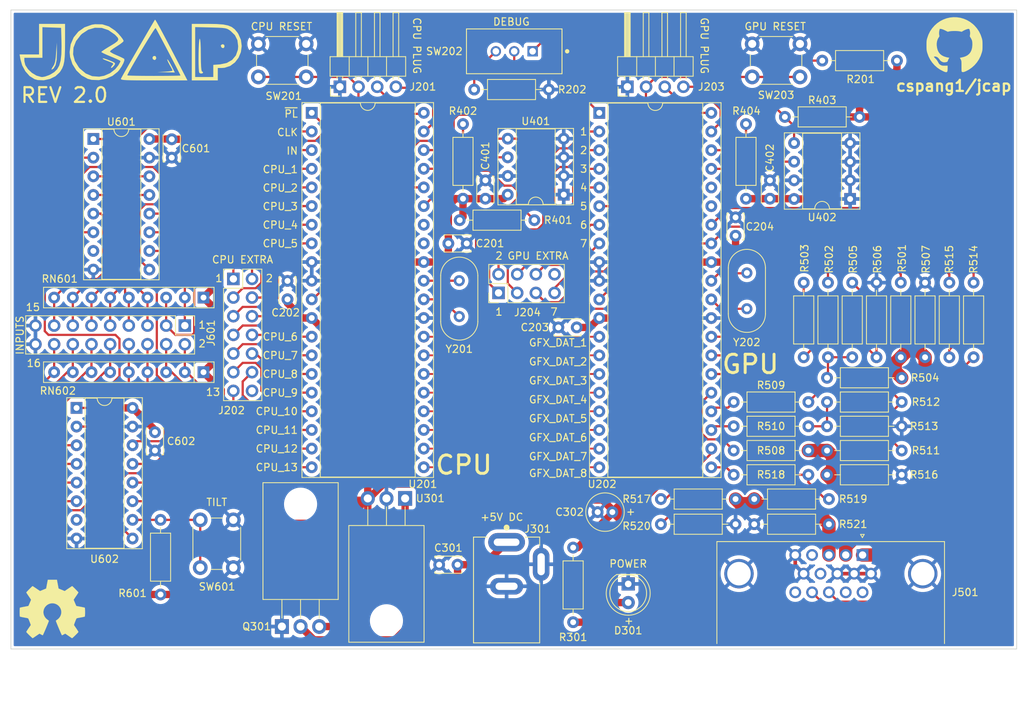
<source format=kicad_pcb>
(kicad_pcb (version 20221018) (generator pcbnew)
  (layers (0 "F.Cu" signal) (31 "B.Cu" signal) (34 "B.Paste" user) (35 "F.Paste" user) (36 "B.SilkS" user "B.Silkscreen") (37 "F.SilkS" user "F.Silkscreen") (38 "B.Mask" user) (39 "F.Mask" user) (44 "Edge.Cuts" user))
  (net 0 "")
  (net 1 "+3.3V")
  (net 2 "GND")
  (net 3 "Net-(D301-A)")
  (net 4 "/Propellers/~{SER_RES_CPU}")
  (net 5 "/Propellers/SER_TX_CPU")
  (net 6 "/Propellers/SER_RX_CPU")
  (net 7 "/Propellers/~{SER_RES_GPU}")
  (net 8 "/Propellers/SER_TX_GPU")
  (net 9 "/Propellers/SER_RX_GPU")
  (net 10 "/Propellers/GPU_SPARE_1")
  (net 11 "/Propellers/GPU_SPARE_2")
  (net 12 "/Propellers/GPU_SPARE_3")
  (net 13 "/Propellers/GPU_SPARE_4")
  (net 14 "/Propellers/GPU_SPARE_5")
  (net 15 "/Propellers/GPU_SPARE_6")
  (net 16 "/Propellers/GPU_SPARE_7")
  (net 17 "/Propellers/CPU_SPARE_1")
  (net 18 "/Propellers/CPU_SPARE_2")
  (net 19 "/Propellers/CPU_SPARE_3")
  (net 20 "/Propellers/CPU_SPARE_4")
  (net 21 "/Propellers/CPU_SPARE_5")
  (net 22 "/Propellers/CPU_SPARE_6")
  (net 23 "/Propellers/CPU_SPARE_7")
  (net 24 "/Propellers/CPU_SPARE_8")
  (net 25 "/Propellers/CPU_SPARE_9")
  (net 26 "/Propellers/CPU_SPARE_10")
  (net 27 "/Propellers/CPU_SPARE_11")
  (net 28 "/Propellers/CPU_SPARE_12")
  (net 29 "/Propellers/CPU_SPARE_13")
  (net 30 "/VGA_DAC/RED_OUT")
  (net 31 "/VGA_DAC/GREEN_OUT")
  (net 32 "/VGA_DAC/BLUE_OUT")
  (net 33 "SDA_CPU")
  (net 34 "SDA_GPU")
  (net 35 "RED1")
  (net 36 "RED2")
  (net 37 "RED3")
  (net 38 "GREEN1")
  (net 39 "GREEN2")
  (net 40 "GREEN3")
  (net 41 "BLUE1")
  (net 42 "BLUE2")
  (net 43 "H_SYNC")
  (net 44 "V_SYNC")
  (net 45 "/Input/IN8")
  (net 46 "/Input/IN7")
  (net 47 "/Input/IN6")
  (net 48 "/Input/IN5")
  (net 49 "/Input/IN4")
  (net 50 "/Input/IN3")
  (net 51 "/Input/IN2")
  (net 52 "/Input/IN1")
  (net 53 "/Input/IN9")
  (net 54 "/Input/IN10")
  (net 55 "/Input/IN11")
  (net 56 "/Input/IN12")
  (net 57 "/Input/IN13")
  (net 58 "/Input/IN14")
  (net 59 "/Input/IN15")
  (net 60 "/Input/IN16")
  (net 61 "/Propellers/DEBUG")
  (net 62 "~{INPUTS_PL}")
  (net 63 "INPUTS_CLK")
  (net 64 "INPUTS")
  (net 65 "/Propellers/GFX_DAT_8")
  (net 66 "/Propellers/GFX_DAT_7")
  (net 67 "/Propellers/GFX_DAT_6")
  (net 68 "/Propellers/GFX_DAT_5")
  (net 69 "/Propellers/GFX_DAT_4")
  (net 70 "/Propellers/GFX_DAT_3")
  (net 71 "/Propellers/GFX_DAT_2")
  (net 72 "/Propellers/GFX_DAT_1")
  (net 73 "SCL_CPU")
  (net 74 "Net-(U201-XI)")
  (net 75 "Net-(U201-XO)")
  (net 76 "SCL_GPU")
  (net 78 "/Input/SHIFT_IN")
  (net 80 "Net-(R503-Pad1)")
  (net 81 "Net-(R518-Pad1)")
  (net 82 "Net-(R201-Pad1)")
  (net 89 "Net-(J501-Pad13)")
  (net 90 "Net-(J501-Pad14)")
  (net 92 "Net-(R502-Pad1)")
  (net 93 "Net-(R509-Pad1)")
  (net 94 "Net-(R510-Pad1)")
  (net 95 "Net-(U602-DS)")
  (net 98 "Net-(U202-XI)")
  (net 99 "Net-(U202-XO)")
  (net 102 "Net-(Q301-S)")
  (net 103 "Net-(R202-Pad1)")
  (net 104 "Net-(Q301-D)")
  (footprint "Package_TO_SOT_THT:TO-220-3_Horizontal_TabDown" (layer "F.Cu") (at 114.554 135.341)
    (fp_text reference "Q301")
    (fp_text value "IPP80P03P4L-04")
  )
  (footprint "Resistor_THT:R_Array_SIP9" (layer "F.Cu") (at 103.886 100.711 180)
    (fp_text reference "RN602")
    (fp_text value "10K")
  )
  (footprint "Connector_PinHeader_2.54mm:PinHeader_1x04_P2.54mm_Horizontal" (layer "F.Cu") (at 122.443 61.854 90)
    (fp_text reference "J201")
    (fp_text value "CPU PGMR")
  )
  (footprint "Capacitor_THT:C_Disc_D3.4mm_W2.1mm_P2.50mm" (layer "F.Cu") (at 97.282 111.379 90)
    (fp_text reference "C602")
    (fp_text value "0.1u")
  )
  (footprint "Resistor_THT:R_Array_SIP9" (layer "F.Cu") (at 103.886 90.551 180)
    (fp_text reference "RN601")
    (fp_text value "10K")
  )
  (footprint "Resistor_THT:R_Axial_DIN0207_L6.3mm_D2.5mm_P10.16mm_Horizontal" (layer "F.Cu") (at 198.882 101.473 180)
    (fp_text reference "R504")
    (fp_text value "154")
  )
  (footprint "Button_Switch_THT:SW_PUSH_6mm_H5mm" (layer "F.Cu") (at 178.539 56.012)
    (fp_text reference "SW203")
    (fp_text value "GPU ~{RES}")
  )
  (footprint "Resistor_THT:R_Axial_DIN0207_L6.3mm_D2.5mm_P10.16mm_Horizontal" (layer "F.Cu") (at 188.072 58.293)
    (fp_text reference "R201")
    (fp_text value "10K")
  )
  (footprint "Connector_PinHeader_2.54mm:PinHeader_2x04_P2.54mm_Vertical" (layer "F.Cu") (at 144.028 89.916 90)
    (fp_text reference "J204")
    (fp_text value "SPARE GPU HDR")
  )
  (footprint "Package_DIP:DIP-40_W15.24mm_Socket" (layer "F.Cu") (at 118.613 65.395)
    (fp_text reference "U201")
    (fp_text value "P8X32A")
  )
  (footprint "Connector_PinHeader_2.54mm:PinHeader_2x09_P2.54mm_Vertical" (layer "F.Cu") (at 101.346 94.366 -90)
    (fp_text reference "J601")
    (fp_text value "CONTROLS")
  )
  (footprint "Resistor_THT:R_Axial_DIN0207_L6.3mm_D2.5mm_P10.16mm_Horizontal" (layer "F.Cu") (at 188.849 98.679 90)
    (fp_text reference "R502")
    (fp_text value "309")
  )
  (footprint "jcap-footprints:TO-220-3_Horizontal_TabDown" (layer "F.Cu") (at 131.318 117.897 180)
    (fp_text reference "U301")
    (fp_text value "LM3940IT")
  )
  (footprint "Package_DIP:DIP-40_W15.24mm_Socket" (layer "F.Cu") (at 157.734 65.405)
    (fp_text reference "U202")
    (fp_text value "P8X32A")
  )
  (footprint "Crystal:Crystal_HC49-U_Vertical" (layer "F.Cu") (at 138.684 88.255 -90)
    (fp_text reference "Y201")
    (fp_text value "6.5MHz")
  )
  (footprint "Symbol:OSHW-Symbol_8.9x8mm_SilkScreen" (layer "F.Cu") (at 83.312 132.969)
    (fp_text reference "REF**" hide)
    (fp_text value "OSHW-Symbol_8.9x8mm_SilkScreen" hide)
  )
  (footprint "jcap-footprints:2311763-2" (layer "F.Cu") (at 193.556 125.603)
    (fp_text reference "J501")
    (fp_text value "VGA OUT")
  )
  (footprint "Resistor_THT:R_Axial_DIN0207_L6.3mm_D2.5mm_P10.16mm_Horizontal" (layer "F.Cu") (at 202.057 88.519 -90)
    (fp_text reference "R507")
    (fp_text value "147")
  )
  (footprint "Connector_PinHeader_2.54mm:PinHeader_2x07_P2.54mm_Vertical" (layer "F.Cu") (at 107.95 88.011)
    (fp_text reference "J202")
    (fp_text value "SPARE CPU HDR")
  )
  (footprint "Resistor_THT:R_Axial_DIN0207_L6.3mm_D2.5mm_P10.16mm_Horizontal" (layer "F.Cu") (at 185.547 98.679 90)
    (fp_text reference "R503")
    (fp_text value "309")
  )
  (footprint "Capacitor_THT:C_Disc_D3.4mm_W2.1mm_P2.50mm" (layer "F.Cu") (at 115.316 88.285 -90)
    (fp_text reference "C202")
    (fp_text value "0.1u")
  )
  (footprint "Capacitor_THT:C_Disc_D3.4mm_W2.1mm_P2.50mm" (layer "F.Cu") (at 142.24 74.589 -90)
    (fp_text reference "C401")
    (fp_text value "0.1u")
  )
  (footprint "Capacitor_THT:C_Disc_D3.4mm_W2.1mm_P2.50mm" (layer "F.Cu") (at 176.276 79.629 -90)
    (fp_text reference "C204")
    (fp_text value "0.1u")
  )
  (footprint "Resistor_THT:R_Axial_DIN0207_L6.3mm_D2.5mm_P10.16mm_Horizontal" (layer "F.Cu") (at 166.116 121.412)
    (fp_text reference "R520")
    (fp_text value "267")
  )
  (footprint "Connector_PinHeader_2.54mm:PinHeader_1x04_P2.54mm_Horizontal" (layer "F.Cu") (at 161.559 61.854 90)
    (fp_text reference "J203")
    (fp_text value "GPU PGMR")
  )
  (footprint "Resistor_THT:R_Axial_DIN0207_L6.3mm_D2.5mm_P10.16mm_Horizontal" (layer "F.Cu") (at 205.359 88.519 -90)
    (fp_text reference "R515")
    (fp_text value "220")
  )
  (footprint "Package_DIP:DIP-16_W7.62mm_Socket" (layer "F.Cu") (at 88.9 68.961)
    (fp_text reference "U601")
    (fp_text value "74HC165")
  )
  (footprint "Resistor_THT:R_Axial_DIN0207_L6.3mm_D2.5mm_P10.16mm_Horizontal" (layer "F.Cu") (at 186.182 114.681 180)
    (fp_text reference "R518")
    (fp_text value "267")
  )
  (footprint "Resistor_THT:R_Axial_DIN0207_L6.3mm_D2.5mm_P10.16mm_Horizontal" (layer "F.Cu") (at 192.151 98.679 90)
    (fp_text reference "R505")
    (fp_text value "154")
  )
  (footprint "Resistor_THT:R_Axial_DIN0207_L6.3mm_D2.5mm_P10.16mm_Horizontal" (layer "F.Cu") (at 188.722 111.379)
    (fp_text reference "R511")
    (fp_text value "154")
  )
  (footprint "Package_DIP:DIP-8_W7.62mm_Socket" (layer "F.Cu") (at 152.898 76.539 180)
    (fp_text reference "U401")
    (fp_text value "24LC256")
  )
  (footprint "LED_THT:LED_D5.0mm" (layer "F.Cu") (at 161.671 129.54 -90)
    (fp_text reference "D301")
    (fp_text value "POWER LED")
  )
  (footprint "Resistor_THT:R_Axial_DIN0207_L6.3mm_D2.5mm_P10.16mm_Horizontal" (layer "F.Cu") (at 198.755 98.679 90)
    (fp_text reference "R501")
    (fp_text value "309")
  )
  (footprint "Resistor_THT:R_Axial_DIN0207_L6.3mm_D2.5mm_P10.16mm_Horizontal" (layer "F.Cu") (at 148.902 80.012 180)
    (fp_text reference "R401")
    (fp_text value "4.7K")
  )
  (footprint "jcap-footprints:github_small" (layer "F.Cu") (at 206.064252 56.134)
    (fp_text reference "G***" hide)
    (fp_text value "LOGO" hide)
  )
  (footprint "Resistor_THT:R_Axial_DIN0207_L6.3mm_D2.5mm_P10.16mm_Horizontal" (layer "F.Cu") (at 182.983 65.953)
    (fp_text reference "R403")
    (fp_text value "4.7K")
  )
  (footprint "Capacitor_THT:C_Disc_D3.4mm_W2.1mm_P2.50mm" (layer "F.Cu") (at 99.568 71.501 90)
    (fp_text reference "C601")
    (fp_text value "0.1u")
  )
  (footprint "Resistor_THT:R_Axial_DIN0207_L6.3mm_D2.5mm_P10.16mm_Horizontal" (layer "F.Cu") (at 186.182 111.379 180)
    (fp_text reference "R508")
    (fp_text value "309")
  )
  (footprint "Button_Switch_THT:SW_PUSH_6mm_H5mm" (layer "F.Cu") (at 107.944 120.817 -90)
    (fp_text reference "SW601")
    (fp_text value "TILT")
  )
  (footprint "Resistor_THT:R_Axial_DIN0207_L6.3mm_D2.5mm_P10.16mm_Horizontal" (layer "F.Cu") (at 154.178 124.5935 -90)
    (fp_text reference "R301")
    (fp_text value "100")
  )
  (footprint "Capacitor_THT:C_Disc_D3.4mm_W2.1mm_P2.50mm" (layer "F.Cu") (at 139.7 83.185 180)
    (fp_text reference "C201")
    (fp_text value "0.1u")
  )
  (footprint "Resistor_THT:R_Axial_DIN0207_L6.3mm_D2.5mm_P10.16mm_Horizontal" (layer "F.Cu") (at 178.816 121.412)
    (fp_text reference "R521")
    (fp_text value "174")
  )
  (footprint "Button_Switch_THT:SW_PUSH_6mm_H5mm" (layer "F.Cu") (at 111.356 56.012)
    (fp_text reference "SW201")
    (fp_text value "CPU ~{RES}")
  )
  (footprint "Resistor_THT:R_Axial_DIN0207_L6.3mm_D2.5mm_P10.16mm_Horizontal" (layer "F.Cu") (at 178.816 117.983)
    (fp_text reference "R519")
    (fp_text value "133")
  )
  (footprint "Resistor_THT:R_Axial_DIN0207_L6.3mm_D2.5mm_P10.16mm_Horizontal" (layer "F.Cu") (at 198.882 114.681 180)
    (fp_text reference "R516")
    (fp_text value "147")
  )
  (footprint "Crystal:Crystal_HC49-U_Vertical" (layer "F.Cu") (at 177.815 87.2 -90)
    (fp_text reference "Y202")
    (fp_text value "6.5MHz")
  )
  (footprint "Resistor_THT:R_Axial_DIN0207_L6.3mm_D2.5mm_P10.16mm_Horizontal" (layer "F.Cu") (at 208.661 88.519 -90)
    (fp_text reference "R514")
    (fp_text value "220")
  )
  (footprint "Resistor_THT:R_Axial_DIN0207_L6.3mm_D2.5mm_P10.16mm_Horizontal" (layer "F.Cu") (at 140.716 62.23)
    (fp_text reference "R202")
    (fp_text value "10K")
  )
  (footprint "jcap-footprints:LOGO" (layer "F.Cu") (at 93.98 56.676957)
    (fp_text reference "G***" hide)
    (fp_text value "LOGO" hide)
  )
  (footprint "Resistor_THT:R_Axial_DIN0207_L6.3mm_D2.5mm_P10.16mm_Horizontal" (layer "F.Cu") (at 198.882 104.775 180)
    (fp_text reference "R512")
    (fp_text value "154")
  )
  (footprint "jcap-footprints:SW_1825159-1" (layer "F.Cu") (at 146.1635 57.023 180)
    (fp_text reference "SW202")
    (fp_text value "DEBUG")
  )
  (footprint "Package_DIP:DIP-16_W7.62mm_Socket" (layer "F.Cu") (at 86.614 105.577)
    (fp_text reference "U602")
    (fp_text value "74HC165")
  )
  (footprint "Capacitor_THT:C_Disc_D3.4mm_W2.1mm_P2.50mm" (layer "F.Cu") (at 152.166 94.615)
    (fp_text reference "C203")
    (fp_text value "0.1u")
  )
  (footprint "Resistor_THT:R_Axial_DIN0207_L6.3mm_D2.5mm_P10.16mm_Horizontal" (layer "F.Cu") (at 176.276 117.983 180)
    (fp_text reference "R517")
    (fp_text value "267")
  )
  (footprint "Capacitor_THT:C_Disc_D3.4mm_W2.1mm_P2.50mm" (layer "F.Cu") (at 135.95075 126.9235)
    (fp_text reference "C301")
    (fp_text value ".47u")
  )
  (footprint "Resistor_THT:R_Axial_DIN0207_L6.3mm_D2.5mm_P10.16mm_Horizontal" (layer "F.Cu") (at 98.044 120.817 -90)
    (fp_text reference "R601")
    (fp_text value "10K")
  )
  (footprint "Resistor_THT:R_Axial_DIN0207_L6.3mm_D2.5mm_P10.16mm_Horizontal" (layer "F.Cu") (at 188.722 108.077)
    (fp_text reference "R513")
    (fp_text value "309")
  )
  (footprint "Resistor_THT:R_Axial_DIN0207_L6.3mm_D2.5mm_P10.16mm_Horizontal" (layer "F.Cu") (at 195.453 98.679 90)
    (fp_text reference "R506")
    (fp_text value "309")
  )
  (footprint "Resistor_THT:R_Axial_DIN0207_L6.3mm_D2.5mm_P10.16mm_Horizontal" (layer "F.Cu") (at 186.182 108.077 180)
    (fp_text reference "R510")
    (fp_text value "309")
  )
  (footprint "Resistor_THT:R_Axial_DIN0207_L6.3mm_D2.5mm_P10.16mm_Horizontal" (layer "F.Cu") (at 139.192 66.929 -90)
    (fp_text reference "R402")
    (fp_text value "4.7K")
  )
  (footprint "Package_DIP:DIP-8_W7.62mm_Socket" (layer "F.Cu") (at 191.863 77.129 180)
    (fp_text reference "U402")
    (fp_text value "24LC256")
  )
  (footprint "Capacitor_THT:C_Disc_D3.4mm_W2.1mm_P2.50mm" (layer "F.Cu") (at 180.951 74.589 -90)
    (fp_text reference "C402")
    (fp_text value "0.1u")
  )
  (footprint "Resistor_THT:R_Axial_DIN0207_L6.3mm_D2.5mm_P10.16mm_Horizontal" (layer "F.Cu") (at 186.182 104.775 180)
    (fp_text reference "R509")
    (fp_text value "309")
  )
  (footprint "jcap-footprints:CUI_PJ-202AH" (layer "F.Cu") (at 145.1235 130.361 -90)
    (fp_text reference "J301")
    (fp_text value "DC IN")
  )
  (footprint "Capacitor_THT:C_Radial_D5.0mm_H11.0mm_P2.00mm" (layer "F.Cu") (at 159.512 119.761 180)
    (fp_text reference "C302")
    (fp_text value "47u")
  )
  (footprint "Resistor_THT:R_Axial_DIN0207_L6.3mm_D2.5mm_P10.16mm_Horizontal" (layer "F.Cu") (at 177.697 66.929 -90)
    (fp_text reference "R404")
    (fp_text value "4.7K")
  )
  (gr_rect (start 77.68 51.395) (end 214.524 138.395) (stroke (width 0.1)) (fill none) (layer "Edge.Cuts"))
  (gr_text "15" (at 79.629 92.456) (layer "F.SilkS") (effects (font (size 1 1)) (justify left bottom)))
  (gr_text "CPU_12" (at 110.903238 111.71675) (layer "F.SilkS") (effects (font (size 1 1)) (justify left bottom)))
  (gr_text "CPU_4" (at 111.855619 81.254011) (layer "F.SilkS") (effects (font (size 1 1)) (justify left bottom)))
  (gr_text "DEBUG" (at 143.19981 53.594) (layer "F.SilkS") (effects (font (size 1 1)) (justify left bottom)))
  (gr_text "CPU_11" (at 110.903238 109.17675) (layer "F.SilkS") (effects (font (size 1 1)) (justify left bottom)))
  (gr_text "2" (at 143.51 85.466) (layer "F.SilkS") (effects (font (size 1 1)) (justify left bottom)))
  (gr_text "+" (at 161.036 135.128) (layer "F.SilkS") (effects (font (size 1 1)) (justify left bottom)))
  (gr_text "CPU_7" (at 111.855619 99.01675) (layer "F.SilkS") (effects (font (size 1 1)) (justify left bottom)))
  (gr_text "IN" (at 115.093715 71.163059) (layer "F.SilkS") (effects (font (size 1 1)) (justify left bottom)))
  (gr_text "CPU EXTRA" (at 104.957143 85.979) (layer "F.SilkS") (effects (font (size 1 1)) (justify left bottom)))
  (gr_text "1" (at 155.034382 68.54675) (layer "F.SilkS") (effects (font (size 1 1)) (justify left bottom)))
  (gr_text "5" (at 155.034382 78.70675) (layer "F.SilkS") (effects (font (size 1 1)) (justify left bottom)))
  (gr_text "~{PL}" (at 114.808 66.117583) (layer "F.SilkS") (effects (font (size 1 1)) (justify left bottom)))
  (gr_text "CPU_9" (at 111.855619 104.09675) (layer "F.SilkS") (effects (font (size 1 1)) (justify left bottom)))
  (gr_text "1" (at 143.51 93.086) (layer "F.SilkS") (effects (font (size 1 1)) (justify left bottom)))
  (gr_text "GFX_DAT_7" (at 148.082 112.776) (layer "F.SilkS") (effects (font (size 1 1)) (justify left bottom)))
  (gr_text "13" (at 104.14 104.013) (layer "F.SilkS") (effects (font (size 1 1)) (justify left bottom)))
  (gr_text "CPU_6" (at 111.855619 96.47675) (layer "F.SilkS") (effects (font (size 1 1)) (justify left bottom)))
  (gr_text "1" (at 105.41 88.519) (layer "F.SilkS") (effects (font (size 1 1)) (justify left bottom)))
  (gr_text "4" (at 155.034382 76.16675) (layer "F.SilkS") (effects (font (size 1 1)) (justify left bottom)))
  (gr_text "CPU_10" (at 110.903238 106.63675) (layer "F.SilkS") (effects (font (size 1 1)) (justify left bottom)))
  (gr_text "CPU_5" (at 111.855619 83.77675) (layer "F.SilkS") (effects (font (size 1 1)) (justify left bottom)))
  (gr_text "16" (at 79.756 100.076) (layer "F.SilkS") (effects (font (size 1 1)) (justify left bottom)))
  (gr_text "CPU_3" (at 111.855619 78.731273) (layer "F.SilkS") (effects (font (size 1 1)) (justify left bottom)))
  (gr_text "CPU" (at 143.383 114.808) (layer "F.SilkS") (effects (font (size 2.5 2.5) (thickness 0.4)) (justify right bottom)))
  (gr_text "CPU_13" (at 110.903238 114.25675) (layer "F.SilkS") (effects (font (size 1 1)) (justify left bottom)))
  (gr_text "3" (at 155.034382 73.62675) (layer "F.SilkS") (effects (font (size 1 1)) (justify left bottom)))
  (gr_text "GFX_DAT_8" (at 148.082 115.062) (layer "F.SilkS") (effects (font (size 1 1)) (justify left bottom)))
  (gr_text "GFX_DAT_4" (at 148.082 105.028999) (layer "F.SilkS") (effects (font (size 1 1)) (justify left bottom)))
  (gr_text "2" (at 103.124 97.409) (layer "F.SilkS") (effects (font (size 1 1)) (justify left bottom)))
  (gr_text "CPU_8" (at 111.855619 101.55675) (layer "F.SilkS") (effects (font (size 1 1)) (justify left bottom)))
  (gr_text "+" (at 161.29 120.269) (layer "F.SilkS") (effects (font (size 1 1)) (justify left bottom)))
  (gr_text "TILT" (at 105.694 118.999) (layer "F.SilkS") (effects (font (size 1 1)) (justify bottom)))
  (gr_text "7" (at 151.003 93.086) (layer "F.SilkS") (effects (font (size 1 1)) (justify left bottom)))
  (gr_text "INPUTS" (at 79.502 98.425 90) (layer "F.SilkS") (effects (font (size 1 1)) (justify left bottom)))
  (gr_text "GFX_DAT_6" (at 148.082 110.193665) (layer "F.SilkS") (effects (font (size 1 1)) (justify left bottom)))
  (gr_text "GFX_DAT_3" (at 148.082 102.446666) (layer "F.SilkS") (effects (font (size 1 1)) (justify left bottom)))
  (gr_text "1" (at 103.124 94.869) (layer "F.SilkS") (effects (font (size 1 1)) (justify left bottom)))
  (gr_text "GFX_DAT_2" (at 148.082 99.864333) (layer "F.SilkS") (effects (font (size 1 1)) (justify left bottom)))
  (gr_text "GFX_DAT_5" (at 148.082 107.611332) (layer "F.SilkS") (effects (font (size 1 1)) (justify left bottom)))
  (gr_text "2" (at 155.034382 71.08675) (layer "F.SilkS") (effects (font (size 1 1)) (justify left bottom)))
  (gr_text "CLK" (at 113.808 68.640321) (layer "F.SilkS") (effects (font (size 1 1)) (justify left bottom)))
  (gr_text "cspang1/jcap" (at 197.942822 62.611) (layer "F.SilkS") (effects (font (size 1.5 1.5) (thickness 0.3) bold) (justify left bottom)))
  (gr_text "GPU EXTRA" (at 145.161 85.466) (layer "F.SilkS") (effects (font (size 1 1)) (justify left bottom)))
  (gr_text "CPU PLUG" (at 132.334 52.324 -90) (layer "F.SilkS") (effects (font (size 1 1)) (justify left bottom)))
  (gr_text "+5V DC" (at 141.478 121.031) (layer "F.SilkS") (effects (font (size 1 1)) (justify left bottom)))
  (gr_text "2" (at 112.268 88.519) (layer "F.SilkS") (effects (font (size 1 1)) (justify left bottom)))
  (gr_text "6" (at 155.034382 81.24675) (layer "F.SilkS") (effects (font (size 1 1)) (justify left bottom)))
  (gr_text "CPU_1" (at 111.855619 73.685797) (layer "F.SilkS") (effects (font (size 1 1)) (justify left bottom)))
  (gr_text "GPU PLUG" (at 171.45 52.324 270) (layer "F.SilkS") (effects (font (size 1 1)) (justify left bottom)))
  (gr_text "POWER\n" (at 161.671 127.381) (layer "F.SilkS") (effects (font (size 1 1)) (justify bottom)))
  (gr_text "REV 2.0" (at 78.866879 64.165073) (layer "F.SilkS") (effects (font (size 2 2) (thickness 0.3)) (justify left bottom)))
  (gr_text "7" (at 155.034382 83.78675) (layer "F.SilkS") (effects (font (size 1 1)) (justify left bottom)))
  (gr_text "CPU RESET\n" (at 110.236 54.229) (layer "F.SilkS") (effects (font (size 1 1)) (justify left bottom)))
  (gr_text "GFX_DAT_1" (at 148.082 97.282) (layer "F.SilkS") (effects (font (size 1 1)) (justify left bottom)))
  (gr_text "GPU RESET\n" (at 177.404 54.229) (layer "F.SilkS") (effects (font (size 1 1)) (justify left bottom)))
  (gr_text "CPU_2" (at 111.855619 76.208535) (layer "F.SilkS") (effects (font (size 1 1)) (justify left bottom)))
  (gr_text "GPU" (at 182.372 101.092) (layer "F.SilkS") (effects (font (size 2.5 2.5) (thickness 0.4)) (justify right bottom)))
  (segment (start 159.512 119.446339) (end 159.512 119.761) (width 1) (layer "F.Cu") (net 1))
  (segment (start 132.7245 115.951) (end 134.8835 118.11) (width 1) (layer "F.Cu") (net 1))
  (segment (start 172.974 85.725) (end 174.752 85.725) (width 1) (layer "F.Cu") (net 1))
  (segment (start 134.8835 118.11) (end 158.175661 118.11) (width 1) (layer "F.Cu") (net 1))
  (segment (start 193.143 65.953) (end 193.143 64.667) (width 1) (layer "F.Cu") (net 1))
  (segment (start 128.339512 115.951) (end 132.7245 115.951) (width 1) (layer "F.Cu") (net 1))
  (segment (start 117.338 93.335) (end 118.613 93.335) (width 1) (layer "F.Cu") (net 1))
  (segment (start 106.299 112.014) (end 115.57 121.285) (width 1) (layer "F.Cu") (net 1))
  (segment (start 213.106 129.921) (end 206.121 136.906) (width 1) (layer "F.Cu") (net 1))
  (segment (start 172.974 85.725) (end 171.704 85.725) (width 1) (layer "F.Cu") (net 1))
  (segment (start 90.678 107.823) (end 90.678 125.095) (width 1) (layer "F.Cu") (net 1))
  (segment (start 193.143 65.953) (end 196.636 65.953) (width 1) (layer "F.Cu") (net 1))
  (segment (start 165.608 91.821) (end 165.608 116.205) (width 1) (layer "F.Cu") (net 1))
  (segment (start 120.65 115.697) (end 123.104 118.151) (width 1) (layer "F.Cu") (net 1))
  (segment (start 105.156 89.281) (end 103.886 90.551) (width 1) (layer "F.Cu") (net 1))
  (segment (start 136.027 85.715) (end 137.2 84.542) (width 1) (layer "F.Cu") (net 1))
  (segment (start 159.004 93.345) (end 160.655 94.996) (width 1) (layer "F.Cu") (net 1))
  (segment (start 142.24 77.089) (end 144.728 77.089) (width 1) (layer "F.Cu") (net 1))
  (segment (start 105.156 73.279) (end 105.156 89.281) (width 1) (layer "F.Cu") (net 1))
  (segment (start 156.464 94.615) (end 157.734 93.345) (width 1) (layer "F.Cu") (net 1))
  (segment (start 126.238 92.0675) (end 126.238 118.151) (width 1) (layer "F.Cu") (net 1))
  (segment (start 185.507 77.129) (end 188.063 74.573) (width 1) (layer "F.Cu") (net 1))
  (segment (start 138.176 77.089) (end 139.192 77.089) (width 1) (layer "F.Cu") (net 1))
  (segment (start 154.178 124.5935) (end 154.800821 124.5935) (width 1) (layer "F.Cu") (net 1))
  (segment (start 174.752 85.725) (end 176.276 84.201) (width 1) (layer "F.Cu") (net 1))
  (segment (start 196.636 65.953) (end 213.106 82.423) (width 1) (layer "F.Cu") (net 1))
  (segment (start 188.063 69.493) (end 191.603 65.953) (width 1) (layer "F.Cu") (net 1))
  (segment (start 133.853 85.715) (end 132.5905 85.715) (width 1) (layer "F.Cu") (net 1))
  (segment (start 126.238 121.793) (end 126.238 117.897) (width 1) (layer "F.Cu") (net 1))
  (segment (start 118.613 93.34) (end 120.65 95.377) (width 1) (layer "F.Cu") (net 1))
  (segment (start 188.063 74.573) (end 188.063 69.493) (width 1) (layer "F.Cu") (net 1))
  (segment (start 105.156 91.821) (end 105.156 99.441) (width 1) (layer "F.Cu") (net 1))
  (segment (start 191.603 65.953) (end 193.143 65.953) (width 1) (layer "F.Cu") (net 1))
  (segment (start 137.2 84.542) (end 137.2 83.185) (width 1) (layer "F.Cu") (net 1))
  (segment (start 139.192 77.089) (end 142.24 77.089) (width 1) (layer "F.Cu") (net 1))
  (segment (start 137.2 78.065) (end 138.176 77.089) (width 1) (layer "F.Cu") (net 1))
  (segment (start 99.568 69.001) (end 100.878 69.001) (width 1) (layer "F.Cu") (net 1))
  (segment (start 154.800821 124.5935) (end 159.512 119.882321) (width 1) (layer "F.Cu") (net 1))
  (segment (start 160.655 94.996) (end 160.655 118.618) (width 1) (layer "F.Cu") (net 1))
  (segment (start 115.316 90.785) (end 115.316 91.313) (width 1) (layer "F.Cu") (net 1))
  (segment (start 133.853 85.715) (end 136.027 85.715) (width 1) (layer "F.Cu") (net 1))
  (segment (start 193.143 64.667) (end 198.232 59.578) (width 1) (layer "F.Cu") (net 1))
  (segment (start 96.56 130.977) (end 98.044 130.977) (width 1) (layer "F.Cu") (net 1))
  (segment (start 94.274 105.577) (end 97.282 108.585) (width 1) (layer "F.Cu") (net 1))
  (segment (start 171.704 85.725) (end 165.608 91.821) (width 1) (layer "F.Cu") (net 1))
  (segment (start 180.951 77.089) (end 184.203 77.089) (width 1) (layer "F.Cu") (net 1))
  (segment (start 184.243 77.129) (end 185.507 77.129) (width 1) (layer "F.Cu") (net 1))
  (segment (start 122.85 121.285) (end 126.238 117.897) (width 1) (layer "F.Cu") (net 1))
  (segment (start 100.878 69.001) (end 105.156 73.279) (width 1) (layer "F.Cu") (net 1))
  (segment (start 94.234 105.577) (end 92.924 105.577) (width 1) (layer "F.Cu") (net 1))
  (segment (start 117.054 130.977) (end 126.238 121.793) (width 1) (layer "F.Cu") (net 1))
  (segment (start 158.175661 118.11) (end 159.512 119.446339) (width 1) (layer "F.Cu") (net 1))
  (segment (start 206.121 136.906) (end 176.657 136.906) (width 1) (layer "F.Cu") (net 1))
  (segment (start 115.316 91.313) (end 117.338 93.335) (width 1) (layer "F.Cu") (net 1))
  (segment (start 105.156 99.441) (end 103.886 100.711) (width 1) (layer "F.Cu") (net 1))
  (segment (start 103.886 100.711) (end 106.299 103.124) (width 1) (layer "F.Cu") (net 1))
  (segment (start 120.65 95.377) (end 120.65 115.697) (width 1) (layer "F.Cu") (net 1))
  (segment (start 132.5905 85.715) (end 126.238 92.0675) (width 1) (layer "F.Cu") (net 1))
  (segment (start 180.951 77.089) (end 177.697 77.089) (width 1) (layer "F.Cu") (net 1))
  (segment (start 92.924 105.577) (end 90.678 107.823) (width 1) (layer "F.Cu") (net 1))
  (segment (start 106.299 103.124) (end 106.299 112.014) (width 1) (layer "F.Cu") (net 1))
  (segment (start 103.886 90.551) (end 105.156 91.821) (width 1) (layer "F.Cu") (net 1))
  (segment (start 176.276 84.201) (end 176.276 82.129) (width 1) (layer "F.Cu") (net 1))
  (segment (start 90.678 125.095) (end 96.56 130.977) (width 1) (layer "F.Cu") (net 1))
  (segment (start 144.728 77.089) (end 145.278 76.539) (width 1) (layer "F.Cu") (net 1))
  (segment (start 157.734 93.345) (end 159.004 93.345) (width 1) (layer "F.Cu") (net 1))
  (segment (start 138.742 80.012) (end 139.192 79.562) (width 1) (layer "F.Cu") (net 1))
  (segment (start 162.052 119.761) (end 159.512 119.761) (width 1) (layer "F.Cu") (net 1))
  (segment (start 213.106 82.423) (end 213.106 129.921) (width 1) (layer "F.Cu") (net 1))
  (segment (start 139.192 79.562) (end 139.192 77.089) (width 1) (layer "F.Cu") (net 1))
  (segment (start 165.608 116.205) (end 162.052 119.761) (width 1) (layer "F.Cu") (net 1))
  (segment (start 96.52 68.961) (end 99.528 68.961) (width 1) (layer "F.Cu") (net 1))
  (segment (start 176.657 136.906) (end 159.512 119.761) (width 1) (layer "F.Cu") (net 1))
  (segment (start 198.232 59.578) (end 198.232 58.293) (width 1) (layer "F.Cu") (net 1))
  (segment (start 160.655 118.618) (end 159.512 119.761) (width 1) (layer "F.Cu") (net 1))
  (segment (start 123.104 118.151) (end 126.238 118.151) (width 1) (layer "F.Cu") (net 1))
  (segment (start 98.044 130.977) (end 117.054 130.977) (width 1) (layer "F.Cu") (net 1))
  (segment (start 137.2 83.185) (end 137.2 78.065) (width 1) (layer "F.Cu") (net 1))
  (segment (start 115.57 121.285) (end 122.85 121.285) (width 1) (layer "F.Cu") (net 1))
  (segment (start 154.646 94.615) (end 156.464 94.615) (width 1) (layer "F.Cu") (net 1))
  (segment (start 126.238 118.052512) (end 128.339512 115.951) (width 1) (layer "F.Cu") (net 1))
  (segment (start 184.396 125.603) (end 184.396 126.998) (width 0.5) (layer "F.Cu") (net 2))
  (segment (start 194.701 128.143) (end 190.121 128.143) (width 0.5) (layer "F.Cu") (net 2))
  (segment (start 184.396 126.998) (end 185.541 128.143) (width 0.5) (layer "F.Cu") (net 2))
  (segment (start 159.131 132.08) (end 161.671 132.08) (width 1) (layer "F.Cu") (net 3))
  (segment (start 154.178 134.7535) (end 156.4575 134.7535) (width 1) (layer "F.Cu") (net 3))
  (segment (start 156.4575 134.7535) (end 159.131 132.08) (width 1) (layer "F.Cu") (net 3))
  (segment (start 124.968 61.986) (end 124.968 84.572) (width 0.3) (layer "F.Cu") (net 4))
  (segment (start 123.646 60.512) (end 117.856 60.512) (width 0.3) (layer "F.Cu") (net 4))
  (segment (start 111.356 60.512) (end 117.856 60.512) (width 0.3) (layer "F.Cu") (net 4))
  (segment (start 124.968 84.572) (end 118.603 90.937) (width 0.3) (layer "F.Cu") (net 4))
  (segment (start 124.983 61.849) (end 123.646 60.512) (width 0.3) (layer "F.Cu") (net 4))
  (segment (start 131.059 65.537) (end 133.843 65.537) (width 0.3) (layer "F.Cu") (net 5))
  (segment (start 127.508 61.986) (end 131.059 65.537) (width 0.3) (layer "F.Cu") (net 5))
  (segment (start 130.048 61.986) (end 133.233 61.986) (width 0.3) (layer "F.Cu") (net 6))
  (segment (start 135.128 63.881) (end 135.128 66.792) (width 0.3) (layer "F.Cu") (net 6))
  (segment (start 135.128 66.792) (end 133.843 68.077) (width 0.3) (layer "F.Cu") (net 6))
  (segment (start 133.233 61.986) (end 135.128 63.881) (width 0.3) (layer "F.Cu") (net 6))
  (segment (start 164.084 84.455) (end 157.734 90.805) (width 0.3) (layer "F.Cu") (net 7))
  (segment (start 178.539 60.512) (end 165.441 60.512) (width 0.3) (layer "F.Cu") (net 7))
  (segment (start 185.039 60.512) (end 178.539 60.512) (width 0.3) (layer "F.Cu") (net 7))
  (segment (start 165.441 60.512) (end 164.099 61.854) (width 0.3) (layer "F.Cu") (net 7))
  (segment (start 164.084 61.869) (end 164.084 84.455) (width 0.3) (layer "F.Cu") (net 7))
  (segment (start 166.639 61.854) (end 170.19 65.405) (width 0.3) (layer "F.Cu") (net 8))
  (segment (start 170.19 65.405) (end 172.974 65.405) (width 0.3) (layer "F.Cu") (net 8))
  (segment (start 169.179 61.854) (end 171.201 61.854) (width 0.3) (layer "F.Cu") (net 9))
  (segment (start 171.201 61.854) (end 174.244 64.897) (width 0.3) (layer "F.Cu") (net 9))
  (segment (start 174.244 64.897) (end 174.244 66.675) (width 0.3) (layer "F.Cu") (net 9))
  (segment (start 174.244 66.675) (end 172.974 67.945) (width 0.3) (layer "F.Cu") (net 9))
  (segment (start 142.748 88.636) (end 142.748 83.185) (width 0.3) (layer "F.Cu") (net 10))
  (segment (start 149.352 81.28) (end 150.114 80.518) (width 0.3) (layer "F.Cu") (net 10))
  (segment (start 153.543 70.231) (end 155.829 67.945) (width 0.3) (layer "F.Cu") (net 10))
  (segment (start 155.829 67.945) (end 157.734 67.945) (width 0.3) (layer "F.Cu") (net 10))
  (segment (start 150.114 72.376654) (end 152.259654 70.231) (width 0.3) (layer "F.Cu") (net 10))
  (segment (start 144.028 89.916) (end 142.748 88.636) (width 0.3) (layer "F.Cu") (net 10))
  (segment (start 144.653 81.28) (end 149.352 81.28) (width 0.3) (layer "F.Cu") (net 10))
  (segment (start 150.114 80.518) (end 150.114 72.376654) (width 0.3) (layer "F.Cu") (net 10))
  (segment (start 142.748 83.185) (end 144.653 81.28) (width 0.3) (layer "F.Cu") (net 10))
  (segment (start 152.259654 70.231) (end 153.543 70.231) (width 0.3) (layer "F.Cu") (net 10))
  (segment (start 144.028 84.064) (end 145.542 82.55) (width 0.3) (layer "F.Cu") (net 11))
  (segment (start 151.638 73.406) (end 152.273 72.771) (width 0.3) (layer "F.Cu") (net 11))
  (segment (start 145.542 82.55) (end 150.114 82.55) (width 0.3) (layer "F.Cu") (net 11))
  (segment (start 150.114 82.55) (end 151.638 81.026) (width 0.3) (layer "F.Cu") (net 11))
  (segment (start 153.543 72.771) (end 155.829 70.485) (width 0.3) (layer "F.Cu") (net 11))
  (segment (start 151.638 81.026) (end 151.638 73.406) (width 0.3) (layer "F.Cu") (net 11))
  (segment (start 152.273 72.771) (end 153.543 72.771) (width 0.3) (layer "F.Cu") (net 11))
  (segment (start 155.829 70.485) (end 157.734 70.485) (width 0.3) (layer "F.Cu") (net 11))
  (segment (start 144.028 87.376) (end 144.028 84.064) (width 0.3) (layer "F.Cu") (net 11))
  (segment (start 145.288 84.931943) (end 146.399943 83.82) (width 0.3) (layer "F.Cu") (net 12))
  (segment (start 154.178 74.676) (end 155.829 73.025) (width 0.3) (layer "F.Cu") (net 12))
  (segment (start 146.399943 83.82) (end 151.003 83.82) (width 0.3) (layer "F.Cu") (net 12))
  (segment (start 151.003 83.82) (end 153.289 81.534) (width 0.3) (layer "F.Cu") (net 12))
  (segment (start 145.288 88.636) (end 145.288 84.931943) (width 0.3) (layer "F.Cu") (net 12))
  (segment (start 155.829 73.025) (end 157.734 73.025) (width 0.3) (layer "F.Cu") (net 12))
  (segment (start 146.568 89.916) (end 145.288 88.636) (width 0.3) (layer "F.Cu") (net 12))
  (segment (start 153.289 81.534) (end 153.289 80.137) (width 0.3) (layer "F.Cu") (net 12))
  (segment (start 153.289 80.137) (end 154.178 79.248) (width 0.3) (layer "F.Cu") (net 12))
  (segment (start 154.178 79.248) (end 154.178 74.676) (width 0.3) (layer "F.Cu") (net 12))
  (segment (start 155.321 80.264) (end 155.321 76.2) (width 0.3) (layer "F.Cu") (net 13))
  (segment (start 154.686 80.899) (end 155.321 80.264) (width 0.3) (layer "F.Cu") (net 13))
  (segment (start 146.568 87.376) (end 148.981 84.963) (width 0.3) (layer "F.Cu") (net 13))
  (segment (start 155.321 76.2) (end 155.956 75.565) (width 0.3) (layer "F.Cu") (net 13))
  (segment (start 155.956 75.565) (end 157.734 75.565) (width 0.3) (layer "F.Cu") (net 13))
  (segment (start 148.981 84.963) (end 151.892 84.963) (width 0.3) (layer "F.Cu") (net 13))
  (segment (start 151.892 84.963) (end 154.686 82.169) (width 0.3) (layer "F.Cu") (net 13))
  (segment (start 154.686 82.169) (end 154.686 80.899) (width 0.3) (layer "F.Cu") (net 13))
  (segment (start 156.464 86.995) (end 158.369 86.995) (width 0.3) (layer "F.Cu") (net 14))
  (segment (start 159.766 85.598) (end 159.766 78.867) (width 0.3) (layer "F.Cu") (net 14))
  (segment (start 150.378 91.186) (end 152.273 91.186) (width 0.3) (layer "F.Cu") (net 14))
  (segment (start 158.369 86.995) (end 159.766 85.598) (width 0.3) (layer "F.Cu") (net 14))
  (segment (start 159.766 78.867) (end 159.004 78.105) (width 0.3) (layer "F.Cu") (net 14))
  (segment (start 152.273 91.186) (end 156.464 86.995) (width 0.3) (layer "F.Cu") (net 14))
  (segment (start 149.108 89.916) (end 150.378 91.186) (width 0.3) (layer "F.Cu") (net 14))
  (segment (start 159.004 78.105) (end 157.734 78.105) (width 0.3) (layer "F.Cu") (net 14))
  (segment (start 152.781 86.106) (end 156.083 82.804) (width 0.3) (layer "F.Cu") (net 15))
  (segment (start 156.083 81.153) (end 156.591 80.645) (width 0.3) (layer "F.Cu") (net 15))
  (segment (start 150.378 86.106) (end 152.781 86.106) (width 0.3) (layer "F.Cu") (net 15))
  (segment (start 156.591 80.645) (end 157.734 80.645) (width 0.3) (layer "F.Cu") (net 15))
  (segment (start 156.083 82.804) (end 156.083 81.153) (width 0.3) (layer "F.Cu") (net 15))
  (segment (start 149.108 87.376) (end 150.378 86.106) (width 0.3) (layer "F.Cu") (net 15))
  (segment (start 151.648 89.916) (end 151.648 89.271) (width 0.3) (layer "F.Cu") (net 16))
  (segment (start 151.648 89.271) (end 157.734 83.185) (width 0.3) (layer "F.Cu") (net 16))
  (segment (start 117.358 73.015) (end 107.95 82.423) (width 0.3) (layer "F.Cu") (net 17))
  (segment (start 118.618 73.015) (end 117.358 73.015) (width 0.3) (layer "F.Cu") (net 17))
  (segment (start 107.95 82.423) (end 107.95 88.011) (width 0.3) (layer "F.Cu") (net 17))
  (segment (start 110.49 82.423) (end 117.358 75.555) (width 0.3) (layer "F.Cu") (net 18))
  (segment (start 117.358 75.555) (end 118.618 75.555) (width 0.3) (layer "F.Cu") (net 18))
  (segment (start 110.49 88.011) (end 110.49 82.423) (width 0.3) (layer "F.Cu") (net 18))
  (segment (start 111.76 83.693) (end 117.358 78.095) (width 0.3) (layer "F.Cu") (net 19))
  (segment (start 117.358 78.095) (end 118.618 78.095) (width 0.3) (layer "F.Cu") (net 19))
  (segment (start 109.22 89.281) (end 110.998 89.281) (width 0.3) (layer "F.Cu") (net 19))
  (segment (start 110.998 89.281) (end 111.76 88.519) (width 0.3) (layer "F.Cu") (net 19))
  (segment (start 107.95 90.551) (end 109.22 89.281) (width 0.3) (layer "F.Cu") (net 19))
  (segment (start 111.76 88.519) (end 111.76 83.693) (width 0.3) (layer "F.Cu") (net 19))
  (segment (start 110.49 90.551) (end 111.76 90.551) (width 0.3) (layer "F.Cu") (net 20))
  (segment (start 111.76 90.551) (end 113.03 89.281) (width 0.3) (layer "F.Cu") (net 20))
  (segment (start 117.358 80.635) (end 118.618 80.635) (width 0.3) (layer "F.Cu") (net 20))
  (segment (start 113.03 84.963) (end 117.358 80.635) (width 0.3) (layer "F.Cu") (net 20))
  (segment (start 113.03 89.281) (end 113.03 84.963) (width 0.3) (layer "F.Cu") (net 20))
  (segment (start 112.776 91.821) (end 114.046 90.551) (width 0.3) (layer "F.Cu") (net 21))
  (segment (start 114.046 86.487) (end 117.358 83.175) (width 0.3) (layer "F.Cu") (net 21))
  (segment (start 117.358 83.175) (end 118.618 83.175) (width 0.3) (layer "F.Cu") (net 21))
  (segment (start 114.046 90.551) (end 114.046 86.487) (width 0.3) (layer "F.Cu") (net 21))
  (segment (start 107.95 93.091) (end 109.22 91.821) (width 0.3) (layer "F.Cu") (net 21))
  (segment (start 109.22 91.821) (end 112.776 91.821) (width 0.3) (layer "F.Cu") (net 21))
  (segment (start 117.084 95.875) (end 114.3 93.091) (width 0.3) (layer "F.Cu") (net 22))
  (segment (start 114.3 93.091) (end 110.49 93.091) (width 0.3) (layer "F.Cu") (net 22))
  (segment (start 118.618 95.875) (end 117.084 95.875) (width 0.3) (layer "F.Cu") (net 22))
  (segment (start 113.03 94.361) (end 109.22 94.361) (width 0.3) (layer "F.Cu") (net 23))
  (segment (start 109.22 94.361) (end 107.95 95.631) (width 0.3) (layer "F.Cu") (net 23))
  (segment (start 118.618 98.415) (end 117.084 98.415) (width 0.3) (layer "F.Cu") (net 23))
  (segment (start 117.084 98.415) (end 113.03 94.361) (width 0.3) (layer "F.Cu") (net 23))
  (segment (start 116.586 100.584) (end 116.586 99.949) (width 0.3) (layer "F.Cu") (net 24))
  (segment (start 116.957 100.955) (end 116.586 100.584) (width 0.3) (layer "F.Cu") (net 24))
  (segment (start 112.268 95.631) (end 110.49 95.631) (width 0.3) (layer "F.Cu") (net 24))
  (segment (start 118.618 100.955) (end 116.957 100.955) (width 0.3) (layer "F.Cu") (net 24))
  (segment (start 116.586 99.949) (end 112.268 95.631) (width 0.3) (layer "F.Cu") (net 24))
  (segment (start 115.062 101.473) (end 115.062 100.457) (width 0.3) (layer "F.Cu") (net 25))
  (segment (start 117.084 103.495) (end 115.062 101.473) (width 0.3) (layer "F.Cu") (net 25))
  (segment (start 111.506 96.901) (end 109.22 96.901) (width 0.3) (layer "F.Cu") (net 25))
  (segment (start 109.22 96.901) (end 107.95 98.171) (width 0.3) (layer "F.Cu") (net 25))
  (segment (start 118.618 103.495) (end 117.084 103.495) (width 0.3) (layer "F.Cu") (net 25))
  (segment (start 115.062 100.457) (end 111.506 96.901) (width 0.3) (layer "F.Cu") (net 25))
  (segment (start 118.618 106.035) (end 117.084 106.035) (width 0.3) (layer "F.Cu") (net 26))
  (segment (start 113.284 102.235) (end 113.284 100.457) (width 0.3) (layer "F.Cu") (net 26))
  (segment (start 117.084 106.035) (end 113.284 102.235) (width 0.3) (layer "F.Cu") (net 26))
  (segment (start 113.284 100.457) (end 110.998 98.171) (width 0.3) (layer "F.Cu") (net 26))
  (segment (start 109.22 99.441) (end 107.95 100.711) (width 0.3) (layer "F.Cu") (net 27))
  (segment (start 111.76 100.203) (end 110.998 99.441) (width 0.3) (layer "F.Cu") (net 27))
  (segment (start 117.084 108.575) (end 111.76 103.251) (width 0.3) (layer "F.Cu") (net 27))
  (segment (start 111.76 103.251) (end 111.76 100.203) (width 0.3) (layer "F.Cu") (net 27))
  (segment (start 118.608 108.575) (end 117.084 108.575) (width 0.3) (layer "F.Cu") (net 27))
  (segment (start 110.998 99.441) (end 109.22 99.441) (width 0.3) (layer "F.Cu") (net 27))
  (segment (start 118.618 111.115) (end 116.489472 111.115) (width 0.3) (layer "F.Cu") (net 28))
  (segment (start 109.22 103.845528) (end 109.22 101.981) (width 0.3) (layer "F.Cu") (net 28))
  (segment (start 116.489472 111.115) (end 109.22 103.845528) (width 0.3) (layer "F.Cu") (net 28))
  (segment (start 109.22 101.981) (end 110.49 100.711) (width 0.3) (layer "F.Cu") (net 28))
  (segment (start 118.618 113.655) (end 116.83 113.655) (width 0.3) (layer "F.Cu") (net 29))
  (segment (start 107.95 104.775) (end 107.95 103.251) (width 0.3) (layer "F.Cu") (net 29))
  (segment (start 116.83 113.655) (end 107.95 104.775) (width 0.3) (layer "F.Cu") (net 29))
  (segment (start 201.168 97.79) (end 202.057 98.679) (width 1.82) (layer "F.Cu") (net 30))
  (segment (start 197.993 100.584) (end 197.993 99.441) (width 1.82) (layer "F.Cu") (net 30))
  (segment (start 202.057 122.047) (end 198.501 125.603) (width 1.82) (layer "F.Cu") (net 30))
  (segment (start 197.993 99.441) (end 198.755 98.679) (width 1.82) (layer "F.Cu") (net 30))
  (segment (start 198.882 101.473) (end 197.993 100.584) (width 1.82) (layer "F.Cu") (net 30))
  (segment (start 199.644 97.79) (end 201.168 97.79) (width 1.82) (layer "F.Cu") (net 30))
  (segment (start 202.057 98.679) (end 202.057 122.047) (width 1.82) (layer "F.Cu") (net 30))
  (segment (start 198.501 125.603) (end 193.556 125.603) (width 1.82) (layer "F.Cu") (net 30))
  (segment (start 198.755 98.679) (end 199.644 97.79) (width 1.82) (layer "F.Cu") (net 30))
  (segment (start 193.294 122.427) (end 193.294 119.253) (width 1.82) (layer "F.Cu") (net 31))
  (segment (start 189.484 113.919) (end 188.722 114.681) (width 1.82) (layer "F.Cu") (net 31))
  (segment (start 189.484 112.141) (end 189.484 113.919) (width 1.82) (layer "F.Cu") (net 31))
  (segment (start 191.266 125.603) (end 191.266 124.455) (width 1.82) (layer "F.Cu") (net 31))
  (segment (start 191.266 124.455) (end 193.294 122.427) (width 1.82) (layer "F.Cu") (net 31))
  (segment (start 193.294 119.253) (end 188.722 114.681) (width 1.82) (layer "F.Cu") (net 31))
  (segment (start 186.182 111.379) (end 188.722 111.379) (width 1.82) (layer "F.Cu") (net 31))
  (segment (start 188.722 111.379) (end 189.484 112.141) (width 1.82) (layer "F.Cu") (net 31))
  (segment (start 187.579 120.015) (end 188.976 121.412) (width 1.82) (layer "F.Cu") (net 32))
  (segment (start 178.816 117.983) (end 180.848 120.015) (width 1.82) (layer "F.Cu") (net 32))
  (segment (start 180.848 120.015) (end 187.579 120.015) (width 1.82) (layer "F.Cu") (net 32))
  (segment (start 178.181 118.618) (end 178.816 117.983) (width 1.82) (layer "F.Cu") (net 32))
  (segment (start 176.276 117.983) (end 176.911 118.618) (width 1.82) (layer "F.Cu") (net 32))
  (segment (start 188.976 121.412) (end 188.976 125.603) (width 1.82) (layer "F.Cu") (net 32))
  (segment (start 176.911 118.618) (end 178.181 118.618) (width 1.82) (layer "F.Cu") (net 32))
  (segment (start 148.902 80.012) (end 147.828 78.938) (width 0.3) (layer "F.Cu") (net 33))
  (segment (start 135.773 70.475) (end 137.922 68.326) (width 0.3) (layer "F.Cu") (net 33))
  (segment (start 146.516 68.919) (end 145.278 68.919) (width 0.3) (layer "F.Cu") (net 33))
  (segment (start 143.849 68.919) (end 145.278 68.919) (width 0.3) (layer "F.Cu") (net 33))
  (segment (start 133.853 70.475) (end 135.773 70.475) (width 0.3) (layer "F.Cu") (net 33))
  (segment (start 137.922 66.294) (end 138.557 65.659) (width 0.3) (layer "F.Cu") (net 33))
  (segment (start 147.828 70.231) (end 146.516 68.919) (width 0.3) (layer "F.Cu") (net 33))
  (segment (start 137.922 68.326) (end 137.922 66.294) (width 0.3) (layer "F.Cu") (net 33))
  (segment (start 138.557 65.659) (end 140.589 65.659) (width 0.3) (layer "F.Cu") (net 33))
  (segment (start 147.828 78.938) (end 147.828 70.231) (width 0.3) (layer "F.Cu") (net 33))
  (segment (start 140.589 65.659) (end 143.849 68.919) (width 0.3) (layer "F.Cu") (net 33))
  (segment (start 181.927 64.897) (end 182.983 65.953) (width 0.3) (layer "F.Cu") (net 34))
  (segment (start 177.8 64.897) (end 181.927 64.897) (width 0.3) (layer "F.Cu") (net 34))
  (segment (start 174.498 70.485) (end 175.768 69.215) (width 0.3) (layer "F.Cu") (net 34))
  (segment (start 172.974 70.485) (end 174.498 70.485) (width 0.3) (layer "F.Cu") (net 34))
  (segment (start 175.768 66.929) (end 177.8 64.897) (width 0.3) (layer "F.Cu") (net 34))
  (segment (start 184.238 67.208) (end 184.238 69.504) (width 0.3) (layer "F.Cu") (net 34))
  (segment (start 175.768 69.215) (end 175.768 66.929) (width 0.3) (layer "F.Cu") (net 34))
  (segment (start 182.983 65.953) (end 184.238 67.208) (width 0.3) (layer "F.Cu") (net 34))
  (segment (start 172.974 95.885) (end 180.721 95.885) (width 0.3) (layer "F.Cu") (net 35))
  (segment (start 196.723 85.344) (end 198.755 87.376) (width 0.3) (layer "F.Cu") (net 35))
  (segment (start 184.277 85.344) (end 196.723 85.344) (width 0.3) (layer "F.Cu") (net 35))
  (segment (start 182.499 94.107) (end 182.499 87.122) (width 0.3) (layer "F.Cu") (net 35))
  (segment (start 198.755 87.376) (end 198.755 88.519) (width 0.3) (layer "F.Cu") (net 35))
  (segment (start 180.721 95.885) (end 182.499 94.107) (width 0.3) (layer "F.Cu") (net 35))
  (segment (start 182.499 87.122) (end 184.277 85.344) (width 0.3) (layer "F.Cu") (net 35))
  (segment (start 184.023 87.884) (end 185.293 86.614) (width 0.3) (layer "F.Cu") (net 36))
  (segment (start 172.974 98.425) (end 180.594 98.425) (width 0.3) (layer "F.Cu") (net 36))
  (segment (start 188.214 86.614) (end 188.849 87.249) (width 0.3) (layer "F.Cu") (net 36))
  (segment (start 184.023 94.996) (end 184.023 87.884) (width 0.3) (layer "F.Cu") (net 36))
  (segment (start 185.293 86.614) (end 188.214 86.614) (width 0.3) (layer "F.Cu") (net 36))
  (segment (start 188.849 87.249) (end 188.849 88.519) (width 0.3) (layer "F.Cu") (net 36))
  (segment (start 180.594 98.425) (end 184.023 94.996) (width 0.3) (layer "F.Cu") (net 36))
  (segment (start 172.974 100.965) (end 180.594 100.965) (width 0.3) (layer "F.Cu") (net 37))
  (segment (start 185.547 96.012) (end 185.547 88.519) (width 0.3) (layer "F.Cu") (net 37))
  (segment (start 180.594 100.965) (end 185.547 96.012) (width 0.3) (layer "F.Cu") (net 37))
  (segment (start 172.974 103.505) (end 171.704 104.775) (width 0.3) (layer "F.Cu") (net 38))
  (segment (start 171.704 109.093) (end 172.466 109.855) (width 0.3) (layer "F.Cu") (net 38))
  (segment (start 171.704 104.775) (end 171.704 109.093) (width 0.3) (layer "F.Cu") (net 38))
  (segment (start 174.498 109.855) (end 176.022 111.379) (width 0.3) (layer "F.Cu") (net 38))
  (segment (start 172.466 109.855) (end 174.498 109.855) (width 0.3) (layer "F.Cu") (net 38))
  (segment (start 172.974 106.045) (end 173.482 105.537) (width 0.3) (layer "F.Cu") (net 39))
  (segment (start 175.26 105.537) (end 176.022 104.775) (width 0.3) (layer "F.Cu") (net 39))
  (segment (start 173.482 105.537) (end 175.26 105.537) (width 0.3) (layer "F.Cu") (net 39))
  (segment (start 172.974 108.585) (end 173.482 108.077) (width 0.3) (layer "F.Cu") (net 40))
  (segment (start 173.482 108.077) (end 176.022 108.077) (width 0.3) (layer "F.Cu") (net 40))
  (segment (start 172.974 111.76) (end 166.751 117.983) (width 0.3) (layer "F.Cu") (net 41))
  (segment (start 172.974 113.665) (end 175.006 113.665) (width 0.3) (layer "F.Cu") (net 42))
  (segment (start 175.006 113.665) (end 176.022 114.681) (width 0.3) (layer "F.Cu") (net 42))
  (segment (start 175.26 78.359) (end 172.974 80.645) (width 0.3) (layer "F.Cu") (net 43))
  (segment (start 208.661 87.249) (end 199.771 78.359) (width 0.3) (layer "F.Cu") (net 43))
  (segment (start 199.771 78.359) (end 175.26 78.359) (width 0.3) (layer "F.Cu") (net 43))
  (segment (start 208.661 88.519) (end 208.661 87.249) (width 0.3) (layer "F.Cu") (net 43))
  (segment (start 140.97 90.805) (end 142.24 92.075) (width 0.3) (layer "F.Cu") (net 44))
  (segment (start 142.24 92.075) (end 159.766 92.075) (width 0.3) (layer "F.Cu") (net 44))
  (segment (start 133.853 78.095) (end 138.669 73.279) (width 0.3) (layer "F.Cu") (net 44))
  (segment (start 198.882 80.899) (end 175.26 80.899) (width 0.3) (layer "F.Cu") (net 44))
  (segment (start 138.669 73.279) (end 142.748 73.279) (width 0.3) (layer "F.Cu") (net 44))
  (segment (start 205.359 87.376) (end 198.882 80.899) (width 0.3) (layer "F.Cu") (net 44))
  (segment (start 146.558 77.089) (end 140.97 82.677) (width 0.3) (layer "F.Cu") (net 44))
  (segment (start 159.766 92.075) (end 168.656 83.185) (width 0.3) (layer "F.Cu") (net 44))
  (segment (start 142.748 73.279) (end 144.78 75.311) (width 0.3) (layer "F.Cu") (net 44))
  (segment (start 205.359 88.519) (end 205.359 87.376) (width 0.3) (layer "F.Cu") (net 44))
  (segment (start 144.78 75.311) (end 145.923 75.311) (width 0.3) (layer "F.Cu") (net 44))
  (segment (start 175.26 80.899) (end 172.974 83.185) (width 0.3) (layer "F.Cu") (net 44))
  (segment (start 146.558 75.946) (end 146.558 77.089) (width 0.3) (layer "F.Cu") (net 44))
  (segment (start 145.923 75.311) (end 146.558 75.946) (width 0.3) (layer "F.Cu") (net 44))
  (segment (start 140.97 82.677) (end 140.97 90.805) (width 0.3) (layer "F.Cu") (net 44))
  (segment (start 168.656 83.185) (end 172.974 83.185) (width 0.3) (layer "F.Cu") (net 44))
  (segment (start 83.566 90.551) (end 85.471 88.646) (width 0.3) (layer "F.Cu") (net 45))
  (segment (start 85.471 83.566) (end 87.376 81.661) (width 0.3) (layer "F.Cu") (net 45))
  (segment (start 87.376 81.661) (end 88.9 81.661) (width 0.3) (layer "F.Cu") (net 45))
  (segment (start 85.471 88.646) (end 85.471 83.566) (width 0.3) (layer "F.Cu") (net 45))
  (segment (start 83.566 94.366) (end 83.566 90.551) (width 0.3) (layer "F.Cu") (net 45))
  (segment (start 86.106 94.366) (end 86.106 90.551) (width 0.3) (layer "F.Cu") (net 46))
  (segment (start 89.459173 88.011) (end 90.17 87.300173) (width 0.3) (layer "F.Cu") (net 46))
  (segment (start 90.17 87.300173) (end 90.17 79.375) (width 0.3) (layer "F.Cu") (net 46))
  (segment (start 90.17 79.375) (end 89.916 79.121) (width 0.3) (layer "F.Cu") (net 46))
  (segment (start 88.646 88.011) (end 89.459173 88.011) (width 0.3) (layer "F.Cu") (net 46))
  (segment (start 89.916 79.121) (end 88.9 79.121) (width 0.3) (layer "F.Cu") (net 46))
  (segment (start 86.106 90.551) (end 88.646 88.011) (width 0.3) (layer "F.Cu") (net 46))
  (segment (start 90.17 76.581) (end 88.9 76.581) (width 0.3) (layer "F.Cu") (net 47))
  (segment (start 91.186 77.597) (end 90.17 76.581) (width 0.3) (layer "F.Cu") (net 47))
  (segment (start 88.646 94.366) (end 88.646 90.551) (width 0.3) (layer "F.Cu") (net 47))
  (segment (start 88.646 90.551) (end 91.114 88.083) (width 0.3) (layer "F.Cu") (net 47))
  (segment (start 91.186 88.011) (end 91.186 77.597) (width 0.3) (layer "F.Cu") (net 47))
  (segment (start 91.114 88.083) (end 91.186 88.011) (width 0.3) (layer "F.Cu") (net 47))
  (segment (start 91.186 90.551) (end 92.202 89.535) (width 0.3) (layer "F.Cu") (net 48))
  (segment (start 92.202 89.535) (end 92.202 76.073) (width 0.3) (layer "F.Cu") (net 48))
  (segment (start 90.17 74.041) (end 88.9 74.041) (width 0.3) (layer "F.Cu") (net 48))
  (segment (start 91.186 94.366) (end 91.186 90.551) (width 0.3) (layer "F.Cu") (net 48))
  (segment (start 92.202 76.073) (end 90.17 74.041) (width 0.3) (layer "F.Cu") (net 48))
  (segment (start 93.218 76.073) (end 95.25 74.041) (width 0.3) (layer "F.Cu") (net 49))
  (segment (start 93.726 94.366) (end 93.726 90.551) (width 0.3) (layer "F.Cu") (net 49))
  (segment (start 93.218 90.067) (end 93.218 76.073) (width 0.3) (layer "F.Cu") (net 49))
  (segment (start 95.25 74.041) (end 96.52 74.041) (width 0.3) (layer "F.Cu") (net 49))
  (segment (start 93.726 90.551) (end 93.242 90.067) (width 0.3) (layer "F.Cu") (net 49))
  (segment (start 95.25 76.581) (end 96.52 76.581) (width 0.3) (layer "F.Cu") (net 50))
  (segment (start 96.266 94.366) (end 96.266 90.551) (width 0.3) (layer "F.Cu") (net 50))
  (segment (start 94.234 77.597) (end 95.25 76.581) (width 0.3) (layer "F.Cu") (net 50))
  (segment (start 94.234 88.519) (end 94.234 77.597) (width 0.3) (layer "F.Cu") (net 50))
  (segment (start 96.266 90.551) (end 94.234 88.519) (width 0.3) (layer "F.Cu") (net 50))
  (segment (start 102.616 83.693) (end 102.616 95.377) (width 0.3) (layer "F.Cu") (net 51))
  (segment (start 96.52 79.121) (end 98.044 79.121) (width 0.3) (layer "F.Cu") (net 51))
  (segment (start 100.071 95.631) (end 98.806 94.366) (width 0.3) (layer "F.Cu") (net 51))
  (segment (start 98.044 79.121) (end 102.616 83.693) (width 0.3) (layer "F.Cu") (net 51))
  (segment (start 98.806 94.366) (end 98.806 90.551) (width 0.3) (layer "F.Cu") (net 51))
  (segment (start 102.362 95.631) (end 100.071 95.631) (width 0.3) (layer "F.Cu") (net 51))
  (segment (start 102.616 95.377) (end 102.362 95.631) (width 0.3) (layer "F.Cu") (net 51))
  (segment (start 98.044 81.661) (end 101.346 84.963) (width 0.3) (layer "F.Cu") (net 52))
  (segment (start 101.346 84.963) (end 101.346 90.551) (width 0.3) (layer "F.Cu") (net 52))
  (segment (start 101.346 94.366) (end 101.346 90.551) (width 0.3) (layer "F.Cu") (net 52))
  (segment (start 96.52 81.661) (end 98.044 81.661) (width 0.3) (layer "F.Cu") (net 52))
  (segment (start 101.6 100.711) (end 104.648 103.759) (width 0.3) (layer "F.Cu") (net 53))
  (segment (start 99.528 118.277) (end 94.234 118.277) (width 0.3) (layer "F.Cu") (net 53))
  (segment (start 104.648 103.759) (end 104.648 113.157) (width 0.3) (layer "F.Cu") (net 53))
  (segment (start 101.346 96.906) (end 101.346 100.711) (width 0.3) (layer "F.Cu") (net 53))
  (segment (start 104.648 113.157) (end 99.528 118.277) (width 0.3) (layer "F.Cu") (net 53))
  (segment (start 98.806 96.906) (end 98.806 100.711) (width 0.3) (layer "F.Cu") (net 54))
  (segment (start 99.782 115.737) (end 94.234 115.737) (width 0.3) (layer "F.Cu") (net 54))
  (segment (start 103.124 104.267) (end 103.124 112.395) (width 0.3) (layer "F.Cu") (net 54))
  (segment (start 103.124 112.395) (end 99.782 115.737) (width 0.3) (layer "F.Cu") (net 54))
  (segment (start 99.568 100.711) (end 103.124 104.267) (width 0.3) (layer "F.Cu") (net 54))
  (segment (start 98.806 100.711) (end 99.568 100.711) (width 0.3) (layer "F.Cu") (net 54))
  (segment (start 100.076 110.363) (end 97.242 113.197) (width 0.3) (layer "F.Cu") (net 55))
  (segment (start 96.266 101.981) (end 100.076 105.791) (width 0.3) (layer "F.Cu") (net 55))
  (segment (start 96.266 100.711) (end 96.266 101.981) (width 0.3) (layer "F.Cu") (net 55))
  (segment (start 100.076 105.791) (end 100.076 110.363) (width 0.3) (layer "F.Cu") (net 55))
  (segment (start 97.242 113.197) (end 94.234 113.197) (width 0.3) (layer "F.Cu") (net 55))
  (segment (start 96.266 96.906) (end 96.266 100.711) (width 0.3) (layer "F.Cu") (net 55))
  (segment (start 93.726 96.906) (end 93.726 100.711) (width 0.3) (layer "F.Cu") (net 56))
  (segment (start 94.234 110.657) (end 94.782 110.109) (width 0.3) (layer "F.Cu") (net 56))
  (segment (start 98.044 110.109) (end 98.552 109.601) (width 0.3) (layer "F.Cu") (net 56))
  (segment (start 98.552 107.061) (end 93.726 102.235) (width 0.3) (layer "F.Cu") (net 56))
  (segment (start 94.782 110.109) (end 98.044 110.109) (width 0.3) (layer "F.Cu") (net 56))
  (segment (start 93.726 102.235) (end 93.726 100.711) (width 0.3) (layer "F.Cu") (net 56))
  (segment (start 98.552 109.601) (end 98.552 107.061) (width 0.3) (layer "F.Cu") (net 56))
  (segment (start 87.376 103.759) (end 86.106 103.759) (width 0.3) (layer "F.Cu") (net 57))
  (segment (start 85.13 110.657) (end 86.614 110.657) (width 0.3) (layer "F.Cu") (net 57))
  (segment (start 91.186 96.906) (end 91.186 100.711) (width 0.3) (layer "F.Cu") (net 57))
  (segment (start 86.106 103.759) (end 84.582 105.283) (width 0.3) (layer "F.Cu") (net 57))
  (segment (start 84.582 105.283) (end 84.582 110.109) (width 0.3) (layer "F.Cu") (net 57))
  (segment (start 90.424 100.711) (end 87.376 103.759) (width 0.3) (layer "F.Cu") (net 57))
  (segment (start 91.186 100.711) (end 90.424 100.711) (width 0.3) (layer "F.Cu") (net 57))
  (segment (start 84.582 110.109) (end 85.13 110.657) (width 0.3) (layer "F.Cu") (net 57))
  (segment (start 86.36 102.235) (end 85.598 102.235) (width 0.3) (layer "F.Cu") (net 58))
  (segment (start 85.598 102.235) (end 83.312 104.521) (width 0.3) (layer "F.Cu") (net 58))
  (segment (start 87.884 100.711) (end 86.36 102.235) (width 0.3) (layer "F.Cu") (net 58))
  (segment (start 83.312 111.887) (end 84.622 113.197) (width 0.3) (layer "F.Cu") (net 58))
  (segment (start 84.622 113.197) (end 86.614 113.197) (width 0.3) (layer "F.Cu") (net 58))
  (segment (start 88.646 96.906) (end 88.646 100.711) (width 0.3) (layer "F.Cu") (net 58))
  (segment (start 83.312 104.521) (end 83.312 111.887) (width 0.3) (layer "F.Cu") (net 58))
  (segment (start 88.646 100.711) (end 87.884 100.711) (width 0.3) (layer "F.Cu") (net 58))
  (segment (start 86.106 100.711) (end 85.344 100.711) (width 0.3) (layer "F.Cu") (net 59))
  (segment (start 86.106 96.906) (end 86.106 100.711) (width 0.3) (layer "F.Cu") (net 59))
  (segment (start 84.622 115.737) (end 86.614 115.737) (width 0.3) (layer "F.Cu") (net 59))
  (segment (start 82.042 104.013) (end 82.042 113.157) (width 0.3) (layer "F.Cu") (net 59))
  (segment (start 85.344 100.711) (end 82.042 104.013) (width 0.3) (layer "F.Cu") (net 59))
  (segment (start 82.042 113.157) (end 84.622 115.737) (width 0.3) (layer "F.Cu") (net 59))
  (segment (start 83.566 100.711) (end 80.518 103.759) (width 0.3) (layer "F.Cu") (net 60))
  (segment (start 83.566 96.906) (end 83.566 100.711) (width 0.3) (layer "F.Cu") (net 60))
  (segment (start 84.622 118.277) (end 86.614 118.277) (width 0.3) (layer "F.Cu") (net 60))
  (segment (start 80.518 103.759) (end 80.518 114.173) (width 0.3) (layer "F.Cu") (net 60))
  (segment (start 80.518 114.173) (end 84.622 118.277) (width 0.3) (layer "F.Cu") (net 60))
  (segment (start 156.464 64.135) (end 157.734 65.405) (width 0.3) (layer "F.Cu") (net 61))
  (segment (start 146.1635 62.2435) (end 144.018 64.389) (width 0.3) (layer "F.Cu") (net 61))
  (segment (start 136.525 67.564) (end 134.874 69.215) (width 0.3) (layer "F.Cu") (net 61))
  (segment (start 131.572 70.889654) (end 131.572 74.549) (width 0.3) (layer "F.Cu") (net 61))
  (segment (start 134.874 69.215) (end 133.246654 69.215) (width 0.3) (layer "F.Cu") (net 61))
  (segment (start 132.578 75.555) (end 133.853 75.555) (width 0.3) (layer "F.Cu") (net 61))
  (segment (start 131.572 74.549) (end 132.578 75.555) (width 0.3) (layer "F.Cu") (net 61))
  (segment (start 136.525 65.405) (end 136.525 67.564) (width 0.3) (layer "F.Cu") (net 61))
  (segment (start 146.1635 62.2435) (end 148.055 64.135) (width 0.3) (layer "F.Cu") (net 61))
  (segment (start 146.1635 57.023) (end 146.1635 62.2435) (width 0.3) (layer "F.Cu") (net 61))
  (segment (start 137.541 64.389) (end 136.525 65.405) (width 0.3) (layer "F.Cu") (net 61))
  (segment (start 148.055 64.135) (end 156.464 64.135) (width 0.3) (layer "F.Cu") (net 61))
  (segment (start 144.018 64.389) (end 137.541 64.389) (width 0.3) (layer "F.Cu") (net 61))
  (segment (start 133.246654 69.215) (end 131.572 70.889654) (width 0.3) (layer "F.Cu") (net 61))
  (segment (start 82.296 78.867) (end 82.296 95.123) (width 0.3) (layer "F.Cu") (net 62))
  (segment (start 116.078 69.215) (end 119.126 69.215) (width 0.3) (layer "F.Cu") (net 62))
  (segment (start 82.296 95.123) (end 82.804 95.631) (width 0.3) (layer "F.Cu") (net 62))
  (segment (start 119.126 69.215) (end 120.142 68.199) (width 0.3) (layer "F.Cu") (net 62))
  (segment (start 88.9 68.961) (end 90.424 68.961) (width 0.3) (layer "F.Cu") (net 62))
  (segment (start 90.424 68.961) (end 93.726 65.659) (width 0.3) (layer "F.Cu") (net 62))
  (segment (start 91.186 69.723) (end 91.186 71.247) (width 0.3) (layer "F.Cu") (net 62))
  (segment (start 88.149173 105.577) (end 86.614 105.577) (width 0.3) (layer "F.Cu") (net 62))
  (segment (start 92.456 101.270173) (end 88.149173 105.577) (width 0.3) (layer "F.Cu") (net 62))
  (segment (start 112.522 65.659) (end 116.078 69.215) (width 0.3) (layer "F.Cu") (net 62))
  (segment (start 93.726 65.659) (end 112.522 65.659) (width 0.3) (layer "F.Cu") (net 62))
  (segment (start 91.186 71.247) (end 89.662 72.771) (width 0.3) (layer "F.Cu") (net 62))
  (segment (start 91.905028 95.631) (end 92.456 96.181972) (width 0.3) (layer "F.Cu") (net 62))
  (segment (start 120.142 66.924) (end 118.613 65.395) (width 0.3) (layer "F.Cu") (net 62))
  (segment (start 82.804 95.631) (end 91.905028 95.631) (width 0.3) (layer "F.Cu") (net 62))
  (segment (start 90.424 68.961) (end 91.186 69.723) (width 0.3) (layer "F.Cu") (net 62))
  (segment (start 120.142 68.199) (end 120.142 66.924) (width 0.3) (layer "F.Cu") (net 62))
  (segment (start 92.456 96.181972) (end 92.456 101.270173) (width 0.3) (layer "F.Cu") (net 62))
  (segment (start 89.662 72.771) (end 88.392 72.771) (width 0.3) (layer "F.Cu") (net 62))
  (segment (start 88.392 72.771) (end 82.296 78.867) (width 0.3) (layer "F.Cu") (net 62))
  (segment (start 87.376 71.501) (end 78.994 79.883) (width 0.3) (layer "F.Cu") (net 63))
  (segment (start 90.424 64.135) (end 113.538 64.135) (width 0.3) (layer "F.Cu") (net 63))
  (segment (start 87.203173 119.507) (end 88.392 118.318173) (width 0.3) (layer "F.Cu") (net 63))
  (segment (start 78.994 114.935) (end 83.566 119.507) (width 0.3) (layer "F.Cu") (net 63))
  (segment (start 88.9 71.501) (end 87.376 71.501) (width 0.3) (layer "F.Cu") (net 63))
  (segment (start 78.994 79.883) (end 78.994 114.935) (width 0.3) (layer "F.Cu") (net 63))
  (segment (start 113.538 64.135) (end 117.338 67.935) (width 0.3) (layer "F.Cu") (net 63))
  (segment (start 87.376 71.501) (end 86.614 70.739) (width 0.3) (layer "F.Cu") (net 63))
  (segment (start 86.614 70.739) (end 86.614 67.945) (width 0.3) (layer "F.Cu") (net 63))
  (segment (start 87.924 108.117) (end 86.604 108.117) (width 0.3) (layer "F.Cu") (net 63))
  (segment (start 83.566 119.507) (end 87.203173 119.507) (width 0.3) (layer "F.Cu") (net 63))
  (segment (start 88.392 108.585) (end 87.924 108.117) (width 0.3) (layer "F.Cu") (net 63))
  (segment (start 86.614 67.945) (end 90.424 64.135) (width 0.3) (layer "F.Cu") (net 63))
  (segment (start 117.338 67.935) (end 118.613 67.935) (width 0.3) (layer "F.Cu") (net 63))
  (segment (start 88.392 118.318173) (end 88.392 108.585) (width 0.3) (layer "F.Cu") (net 63))
  (segment (start 95.25 78.561827) (end 95.960827 77.851) (width 0.3) (layer "F.Cu") (net 64))
  (segment (start 95.960827 77.851) (end 97.282 77.851) (width 0.3) (layer "F.Cu") (net 64))
  (segment (start 97.282 77.851) (end 98.044 77.089) (width 0.3) (layer "F.Cu") (net 64))
  (segment (start 94.996 68.707) (end 96.52 67.183) (width 0.3) (layer "F.Cu") (net 64))
  (segment (start 111.506 67.183) (end 114.798 70.475) (width 0.3) (layer "F.Cu") (net 64))
  (segment (start 97.028 72.771) (end 95.758 72.771) (width 0.3) (layer "F.Cu") (net 64))
  (segment (start 95.758 72.771) (end 94.996 72.009) (width 0.3) (layer "F.Cu") (net 64))
  (segment (start 98.044 77.089) (end 98.044 73.787) (width 0.3) (layer "F.Cu") (net 64))
  (segment (start 96.52 86.741) (end 95.25 85.471) (width 0.3) (layer "F.Cu") (net 64))
  (segment (start 98.044 73.787) (end 97.028 72.771) (width 0.3) (layer "F.Cu") (net 64))
  (segment (start 114.798 70.475) (end 118.613 70.475) (width 0.3) (layer "F.Cu") (net 64))
  (segment (start 95.25 85.471) (end 95.25 78.561827) (width 0.3) (layer "F.Cu") (net 64))
  (segment (start 96.52 67.183) (end 111.506 67.183) (width 0.3) (layer "F.Cu") (net 64))
  (segment (start 94.996 72.009) (end 94.996 68.707) (width 0.3) (layer "F.Cu") (net 64))
  (segment (start 133.853 113.655) (end 157.724 113.655) (width 0.25) (layer "F.Cu") (net 65))
  (segment (start 133.853 111.115) (end 157.724 111.115) (width 0.25) (layer "F.Cu") (net 66))
  (segment (start 133.853 108.575) (end 157.724 108.575) (width 0.25) (layer "F.Cu") (net 67))
  (segment (start 133.853 106.035) (end 157.724 106.035) (width 0.25) (layer "F.Cu") (net 68))
  (segment (start 133.853 103.495) (end 157.724 103.495) (width 0.25) (layer "F.Cu") (net 69))
  (segment (start 133.853 100.955) (end 157.724 100.955) (width 0.25) (layer "F.Cu") (net 70))
  (segment (start 133.853 98.415) (end 157.724 98.415) (width 0.25) (layer "F.Cu") (net 71))
  (segment (start 133.863 95.885) (end 157.734 95.885) (width 0.25) (layer "F.Cu") (net 72))
  (segment (start 135.519 73.015) (end 139.192 69.342) (width 0.3) (layer "F.Cu") (net 73))
  (segment (start 139.192 69.342) (end 139.192 66.929) (width 0.3) (layer "F.Cu") (net 73))
  (segment (start 141.309 71.459) (end 139.192 69.342) (width 0.3) (layer "F.Cu") (net 73))
  (segment (start 145.278 71.459) (end 141.309 71.459) (width 0.3) (layer "F.Cu") (net 73))
  (segment (start 133.853 73.015) (end 135.519 73.015) (width 0.3) (layer "F.Cu") (net 73))
  (segment (start 138.684 93.135) (end 136.344 90.795) (width 0.3) (layer "F.Cu") (net 74))
  (segment (start 136.344 90.795) (end 133.858 90.795) (width 0.3) (layer "F.Cu") (net 74))
  (segment (start 138.684 88.255) (end 133.858 88.255) (width 0.3) (layer "F.Cu") (net 75))
  (segment (start 179.872 72.049) (end 184.243 72.049) (width 0.3) (layer "F.Cu") (net 76))
  (segment (start 172.974 73.025) (end 178.896 73.025) (width 0.3) (layer "F.Cu") (net 76))
  (segment (start 177.697 69.874) (end 179.872 72.049) (width 0.3) (layer "F.Cu") (net 76))
  (segment (start 177.697 66.929) (end 177.697 69.874) (width 0.3) (layer "F.Cu") (net 76))
  (segment (start 178.896 73.025) (end 179.872 72.049) (width 0.3) (layer "F.Cu") (net 76))
  (segment (start 93.537827 114.467) (end 98.258 114.467) (width 0.3) (layer "F.Cu") (net 78))
  (segment (start 101.6 105.183447) (end 97.536 101.119447) (width 0.3) (layer "F.Cu") (net 78))
  (segment (start 98.806 87.503) (end 98.806 84.963) (width 0.3) (layer "F.Cu") (net 78))
  (segment (start 94.224 123.357) (end 92.71 121.843) (width 0.3) (layer "F.Cu") (net 78))
  (segment (start 101.6 111.125) (end 101.6 105.183447) (width 0.3) (layer "F.Cu") (net 78))
  (segment (start 98.044 84.201) (end 96.52 84.201) (width 0.3) (layer "F.Cu") (net 78))
  (segment (start 98.258 114.467) (end 101.6 111.125) (width 0.3) (layer "F.Cu") (net 78))
  (segment (start 97.536 101.119447) (end 97.536 88.773) (width 0.3) (layer "F.Cu") (net 78))
  (segment (start 97.536 88.773) (end 98.806 87.503) (width 0.3) (layer "F.Cu") (net 78))
  (segment (start 98.806 84.963) (end 98.044 84.201) (width 0.3) (layer "F.Cu") (net 78))
  (segment (start 92.71 115.294827) (end 93.537827 114.467) (width 0.3) (layer "F.Cu") (net 78))
  (segment (start 92.71 121.843) (end 92.71 115.294827) (width 0.3) (layer "F.Cu") (net 78))
  (segment (start 195.453 91.821) (end 192.151 88.519) (width 0.3) (layer "F.Cu") (net 80))
  (segment (start 193.421 96.647) (end 195.453 98.679) (width 0.3) (layer "F.Cu") (net 80))
  (segment (start 185.547 98.679) (end 187.579 96.647) (width 0.3) (layer "F.Cu") (net 80))
  (segment (start 187.579 96.647) (end 193.421 96.647) (width 0.3) (layer "F.Cu") (net 80))
  (segment (start 195.453 98.679) (end 195.453 91.821) (width 0.3) (layer "F.Cu") (net 80))
  (segment (start 166.116 121.412) (end 171.323 116.205) (width 0.3) (layer "F.Cu") (net 81))
  (segment (start 186.182 114.681) (end 186.182 115.697) (width 0.3) (layer "F.Cu") (net 81))
  (segment (start 186.182 115.697) (end 188.468 117.983) (width 0.3) (layer "F.Cu") (net 81))
  (segment (start 176.53 116.205) (end 178.054 114.681) (width 0.3) (layer "F.Cu") (net 81))
  (segment (start 178.054 114.681) (end 186.182 114.681) (width 0.3) (layer "F.Cu") (net 81))
  (segment (start 171.323 116.205) (end 176.53 116.205) (width 0.3) (layer "F.Cu") (net 81))
  (segment (start 150.4415 55.245) (end 170.434 55.245) (width 0.3) (layer "F.Cu") (net 82))
  (segment (start 173.482 58.293) (end 188.072 58.293) (width 0.3) (layer "F.Cu") (net 82))
  (segment (start 148.6635 57.023) (end 150.4415 55.245) (width 0.3) (layer "F.Cu") (net 82))
  (segment (start 170.434 55.245) (end 173.482 58.293) (width 0.3) (layer "F.Cu") (net 82))
  (segment (start 207.391 126.873) (end 202.311 131.953) (width 0.3) (layer "F.Cu") (net 89))
  (segment (start 190.246 131.953) (end 188.976 130.683) (width 0.3) (layer "F.Cu") (net 89))
  (segment (start 208.661 98.679) (end 207.391 99.949) (width 0.3) (layer "F.Cu") (net 89))
  (segment (start 207.391 99.949) (end 207.391 126.873) (width 0.3) (layer "F.Cu") (net 89))
  (segment (start 202.311 131.953) (end 190.246 131.953) (width 0.3) (layer "F.Cu") (net 89))
  (segment (start 189.48 133.477) (end 186.686 130.683) (width 0.3) (layer "F.Cu") (net 90))
  (segment (start 210.058 97.663) (end 210.058 99.822) (width 0.3) (layer "F.Cu") (net 90))
  (segment (start 209.169 96.774) (end 210.058 97.663) (width 0.3) (layer "F.Cu") (net 90))
  (segment (start 205.359 97.663) (end 206.248 96.774) (width 0.3) (layer "F.Cu") (net 90))
  (segment (start 205.359 98.679) (end 205.359 97.663) (width 0.3) (layer "F.Cu") (net 90))
  (segment (start 209.296 127.381) (end 203.2 133.477) (width 0.3) (layer "F.Cu") (net 90))
  (segment (start 203.2 133.477) (end 189.48 133.477) (width 0.3) (layer "F.Cu") (net 90))
  (segment (start 210.058 99.822) (end 209.296 100.584) (width 0.3) (layer "F.Cu") (net 90))
  (segment (start 209.296 100.584) (end 209.296 127.381) (width 0.3) (layer "F.Cu") (net 90))
  (segment (start 206.248 96.774) (end 209.169 96.774) (width 0.3) (layer "F.Cu") (net 90))
  (segment (start 188.849 98.679) (end 188.849 101.346) (width 0.3) (layer "F.Cu") (net 92))
  (segment (start 188.849 98.679) (end 192.151 98.679) (width 0.3) (layer "F.Cu") (net 92))
  (segment (start 197.485 106.172) (end 197.485 109.982) (width 0.3) (layer "F.Cu") (net 93))
  (segment (start 198.882 104.775) (end 197.485 106.172) (width 0.3) (layer "F.Cu") (net 93))
  (segment (start 197.485 109.982) (end 198.882 111.379) (width 0.3) (layer "F.Cu") (net 93))
  (segment (start 197.351 103.244) (end 198.882 104.775) (width 0.3) (layer "F.Cu") (net 93))
  (segment (start 186.182 104.775) (end 187.713 103.244) (width 0.3) (layer "F.Cu") (net 93))
  (segment (start 187.713 103.244) (end 197.351 103.244) (width 0.3) (layer "F.Cu") (net 93))
  (segment (start 186.182 108.077) (end 188.722 108.077) (width 0.3) (layer "F.Cu") (net 94))
  (segment (start 188.722 104.267) (end 188.722 107.696) (width 0.3) (layer "F.Cu") (net 94))
  (segment (start 103.444 120.817) (end 103.444 127.317) (width 0.3) (layer "F.Cu") (net 95))
  (segment (start 98.044 120.817) (end 103.444 120.817) (width 0.3) (layer "F.Cu") (net 95))
  (segment (start 94.234 120.817) (end 98.044 120.817) (width 0.3) (layer "F.Cu") (net 95))
  (segment (start 174.244 92.075) (end 177.81 92.075) (width 0.3) (layer "F.Cu") (net 98))
  (segment (start 172.974 90.805) (end 174.244 92.075) (width 0.3) (layer "F.Cu") (net 98))
  (segment (start 173.99 87.249) (end 177.766 87.249) (width 0.3) (layer "F.Cu") (net 99))
  (segment (start 172.974 88.265) (end 173.99 87.249) (width 0.3) (layer "F.Cu") (net 99))
  (segment (start 119.634 135.341) (end 121.326 135.341) (width 1) (layer "F.Cu") (net 102))
  (segment (start 131.318 125.349) (end 131.318 117.897) (width 1) (layer "F.Cu") (net 102))
  (segment (start 121.326 135.341) (end 131.318 125.349) (width 1) (layer "F.Cu") (net 102))
  (segment (start 140.721 59.9655) (end 143.6635 57.023) (width 0.3) (layer "F.Cu") (net 103))
  (segment (start 140.721 62.23) (end 140.721 59.9655) (width 0.3) (layer "F.Cu") (net 103))
  (segment (start 118.913 137.16) (end 129.921 137.16) (width 1) (layer "F.Cu") (net 104))
  (segment (start 117.094 135.341) (end 118.913 137.16) (width 1) (layer "F.Cu") (net 104))
  (segment (start 138.45075 126.9235) (end 142.061 126.9235) (width 1) (layer "F.Cu") (net 104))
  (segment (start 138.45075 128.63025) (end 138.45075 126.9235) (width 1) (layer "F.Cu") (net 104))
  (segment (start 129.921 137.16) (end 138.45075 128.63025) (width 1) (layer "F.Cu") (net 104))
  (segment (start 142.061 126.9235) (end 145.1235 123.861) (width 1) (layer "F.Cu") (net 104))
  (zone (net 2) (net_name "GND") (layer "B.Cu") (connect_pads (clearance 0.5)) (min_thickness 0.25) (fill yes (thermal_gap 0.5) (thermal_bridge_width 0.5))
    (polygon (pts (xy 76.454 50.038) (xy 215.138 50.038) (xy 215.519 139.573) (xy 76.2 140.081)))
  )
)
</source>
